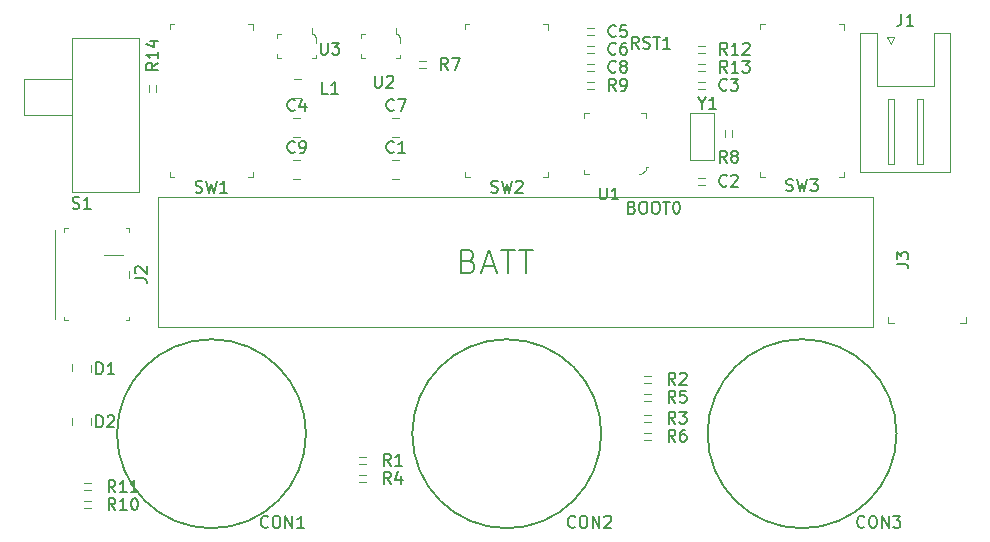
<source format=gbr>
%TF.GenerationSoftware,KiCad,Pcbnew,(5.1.9-0-10_14)*%
%TF.CreationDate,2021-02-18T22:12:25+01:00*%
%TF.ProjectId,ledTruck,6c656454-7275-4636-9b2e-6b696361645f,rev?*%
%TF.SameCoordinates,Original*%
%TF.FileFunction,Legend,Top*%
%TF.FilePolarity,Positive*%
%FSLAX46Y46*%
G04 Gerber Fmt 4.6, Leading zero omitted, Abs format (unit mm)*
G04 Created by KiCad (PCBNEW (5.1.9-0-10_14)) date 2021-02-18 22:12:25*
%MOMM*%
%LPD*%
G01*
G04 APERTURE LIST*
%ADD10C,0.150000*%
%ADD11C,0.120000*%
%ADD12C,0.100000*%
G04 APERTURE END LIST*
D10*
X141795904Y-94869142D02*
X142081619Y-94964380D01*
X142176857Y-95059619D01*
X142272095Y-95250095D01*
X142272095Y-95535809D01*
X142176857Y-95726285D01*
X142081619Y-95821523D01*
X141891142Y-95916761D01*
X141129238Y-95916761D01*
X141129238Y-93916761D01*
X141795904Y-93916761D01*
X141986380Y-94012000D01*
X142081619Y-94107238D01*
X142176857Y-94297714D01*
X142176857Y-94488190D01*
X142081619Y-94678666D01*
X141986380Y-94773904D01*
X141795904Y-94869142D01*
X141129238Y-94869142D01*
X143034000Y-95345333D02*
X143986380Y-95345333D01*
X142843523Y-95916761D02*
X143510190Y-93916761D01*
X144176857Y-95916761D01*
X144557809Y-93916761D02*
X145700666Y-93916761D01*
X145129238Y-95916761D02*
X145129238Y-93916761D01*
X146081619Y-93916761D02*
X147224476Y-93916761D01*
X146653047Y-95916761D02*
X146653047Y-93916761D01*
D11*
X176034000Y-89512000D02*
X115534000Y-89512000D01*
X176034000Y-100512000D02*
X176034000Y-89512000D01*
X115534000Y-100512000D02*
X176034000Y-100512000D01*
X115534000Y-89512000D02*
X115534000Y-100512000D01*
%TO.C,Y1*%
X160544000Y-82328000D02*
X162544000Y-82328000D01*
X162544000Y-82328000D02*
X162544000Y-86328000D01*
X162544000Y-86328000D02*
X160544000Y-86328000D01*
X160544000Y-86328000D02*
X160544000Y-82328000D01*
D12*
%TO.C,J2*%
X112566000Y-94412000D02*
X110966000Y-94412000D01*
X113066000Y-96012000D02*
X113066000Y-96312000D01*
X113066000Y-96012000D02*
X113066000Y-95712000D01*
X107566000Y-99912000D02*
X107866000Y-99912000D01*
X107566000Y-99912000D02*
X107566000Y-99612000D01*
X107566000Y-92112000D02*
X107866000Y-92112000D01*
X107566000Y-92112000D02*
X107566000Y-92412000D01*
X113066000Y-92112000D02*
X113066000Y-92412000D01*
X113066000Y-92112000D02*
X112766000Y-92112000D01*
X113066000Y-99912000D02*
X113066000Y-99612000D01*
X113066000Y-99912000D02*
X112766000Y-99912000D01*
D11*
X106816000Y-99762000D02*
X106816000Y-92262000D01*
%TO.C,C9*%
X126934000Y-87922000D02*
X127534000Y-87922000D01*
X126954000Y-86322000D02*
X127554000Y-86322000D01*
%TO.C,C7*%
X135316000Y-84366000D02*
X135916000Y-84366000D01*
X135336000Y-82766000D02*
X135936000Y-82766000D01*
%TO.C,C4*%
X126934000Y-84366000D02*
X127534000Y-84366000D01*
X126954000Y-82766000D02*
X127554000Y-82766000D01*
%TO.C,C1*%
X135316000Y-87922000D02*
X135916000Y-87922000D01*
X135336000Y-86322000D02*
X135936000Y-86322000D01*
D12*
%TO.C,U2*%
X135691000Y-77708000D02*
X136016000Y-77708000D01*
X136016000Y-77708000D02*
X136016000Y-77408000D01*
X133041000Y-75708000D02*
X132716000Y-75708000D01*
X132716000Y-75708000D02*
X132716000Y-76008000D01*
X133016000Y-77708000D02*
X132716000Y-77708000D01*
X132716000Y-77708000D02*
X132716000Y-77383000D01*
X136016000Y-76033000D02*
X135791000Y-75708000D01*
X135791000Y-75708000D02*
X135691000Y-75708000D01*
X135691000Y-75708000D02*
X135691000Y-75183000D01*
X136016000Y-76033000D02*
X136016000Y-76408000D01*
%TO.C,SW3*%
X173559000Y-74862000D02*
X173134000Y-74862000D01*
X173559000Y-74887000D02*
X173559000Y-75337000D01*
X173559000Y-87762000D02*
X173559000Y-87312000D01*
X173559000Y-87762000D02*
X173134000Y-87762000D01*
X166509000Y-87762000D02*
X166884000Y-87762000D01*
X166509000Y-87762000D02*
X166509000Y-87362000D01*
X166509000Y-75237000D02*
X166509000Y-74862000D01*
X166509000Y-74862000D02*
X166859000Y-74862000D01*
%TO.C,SW2*%
X148559000Y-74862000D02*
X148134000Y-74862000D01*
X148559000Y-74887000D02*
X148559000Y-75337000D01*
X148559000Y-87762000D02*
X148559000Y-87312000D01*
X148559000Y-87762000D02*
X148134000Y-87762000D01*
X141509000Y-87762000D02*
X141884000Y-87762000D01*
X141509000Y-87762000D02*
X141509000Y-87362000D01*
X141509000Y-75237000D02*
X141509000Y-74862000D01*
X141509000Y-74862000D02*
X141859000Y-74862000D01*
%TO.C,SW1*%
X123559000Y-74862000D02*
X123134000Y-74862000D01*
X123559000Y-74887000D02*
X123559000Y-75337000D01*
X123559000Y-87762000D02*
X123559000Y-87312000D01*
X123559000Y-87762000D02*
X123134000Y-87762000D01*
X116509000Y-87762000D02*
X116884000Y-87762000D01*
X116509000Y-87762000D02*
X116509000Y-87362000D01*
X116509000Y-75237000D02*
X116509000Y-74862000D01*
X116509000Y-74862000D02*
X116859000Y-74862000D01*
D11*
%TO.C,R13*%
X161244000Y-78786000D02*
X161844000Y-78786000D01*
X161244000Y-78186000D02*
X161844000Y-78186000D01*
%TO.C,R12*%
X161244000Y-77262000D02*
X161844000Y-77262000D01*
X161244000Y-76662000D02*
X161844000Y-76662000D01*
%TO.C,R11*%
X109234000Y-114312000D02*
X109834000Y-114312000D01*
X109234000Y-113712000D02*
X109834000Y-113712000D01*
%TO.C,R10*%
X109234000Y-115812000D02*
X109834000Y-115812000D01*
X109234000Y-115212000D02*
X109834000Y-115212000D01*
%TO.C,R9*%
X151846000Y-80310000D02*
X152446000Y-80310000D01*
X151846000Y-79710000D02*
X152446000Y-79710000D01*
%TO.C,R8*%
X164130000Y-84374000D02*
X164130000Y-83774000D01*
X163530000Y-84374000D02*
X163530000Y-83774000D01*
%TO.C,R7*%
X137622000Y-78532000D02*
X138222000Y-78532000D01*
X137622000Y-77932000D02*
X138222000Y-77932000D01*
%TO.C,R6*%
X157272000Y-109428000D02*
X156672000Y-109428000D01*
X157272000Y-110028000D02*
X156672000Y-110028000D01*
%TO.C,R5*%
X156672000Y-106726000D02*
X157272000Y-106726000D01*
X156672000Y-106126000D02*
X157272000Y-106126000D01*
%TO.C,R4*%
X132542000Y-113584000D02*
X133142000Y-113584000D01*
X132542000Y-112984000D02*
X133142000Y-112984000D01*
%TO.C,R3*%
X157272000Y-107904000D02*
X156672000Y-107904000D01*
X157272000Y-108504000D02*
X156672000Y-108504000D01*
%TO.C,R2*%
X157272000Y-104602000D02*
X156672000Y-104602000D01*
X157272000Y-105202000D02*
X156672000Y-105202000D01*
%TO.C,R1*%
X132528000Y-112060000D02*
X133128000Y-112060000D01*
X132528000Y-111460000D02*
X133128000Y-111460000D01*
%TO.C,L1*%
X127608000Y-79464000D02*
X127008000Y-79464000D01*
X127588000Y-81064000D02*
X126988000Y-81064000D01*
D12*
%TO.C,J3*%
X177294000Y-100106000D02*
X177794000Y-100106000D01*
X177294000Y-100106000D02*
X177294000Y-99606000D01*
X183894000Y-100106000D02*
X183394000Y-100106000D01*
X183894000Y-100106000D02*
X183894000Y-99606000D01*
D11*
%TO.C,J1*%
X178784000Y-87322000D02*
X174974000Y-87322000D01*
X174974000Y-87322000D02*
X174974000Y-75602000D01*
X174974000Y-75602000D02*
X176394000Y-75602000D01*
X176394000Y-75602000D02*
X176394000Y-80102000D01*
X176394000Y-80102000D02*
X178784000Y-80102000D01*
X178784000Y-87322000D02*
X182594000Y-87322000D01*
X182594000Y-87322000D02*
X182594000Y-75602000D01*
X182594000Y-75602000D02*
X181174000Y-75602000D01*
X181174000Y-75602000D02*
X181174000Y-80102000D01*
X181174000Y-80102000D02*
X178784000Y-80102000D01*
X177284000Y-81212000D02*
X177284000Y-86712000D01*
X177284000Y-86712000D02*
X177784000Y-86712000D01*
X177784000Y-86712000D02*
X177784000Y-81212000D01*
X177784000Y-81212000D02*
X177284000Y-81212000D01*
X179784000Y-81212000D02*
X179784000Y-86712000D01*
X179784000Y-86712000D02*
X180284000Y-86712000D01*
X180284000Y-86712000D02*
X180284000Y-81212000D01*
X180284000Y-81212000D02*
X179784000Y-81212000D01*
X177534000Y-76512000D02*
X177234000Y-75912000D01*
X177234000Y-75912000D02*
X177834000Y-75912000D01*
X177834000Y-75912000D02*
X177534000Y-76512000D01*
%TO.C,D2*%
X108234000Y-108192000D02*
X108234000Y-108792000D01*
X109834000Y-108212000D02*
X109834000Y-108812000D01*
%TO.C,D1*%
X108234000Y-103642000D02*
X108234000Y-104242000D01*
X109834000Y-103662000D02*
X109834000Y-104262000D01*
%TO.C,C8*%
X152446000Y-78186000D02*
X151846000Y-78186000D01*
X152446000Y-78786000D02*
X151846000Y-78786000D01*
%TO.C,C6*%
X152446000Y-76662000D02*
X151846000Y-76662000D01*
X152446000Y-77262000D02*
X151846000Y-77262000D01*
%TO.C,C5*%
X152446000Y-75164000D02*
X151846000Y-75164000D01*
X152446000Y-75764000D02*
X151846000Y-75764000D01*
%TO.C,C3*%
X161244000Y-80310000D02*
X161844000Y-80310000D01*
X161244000Y-79710000D02*
X161844000Y-79710000D01*
%TO.C,C2*%
X161244000Y-88438000D02*
X161844000Y-88438000D01*
X161244000Y-87838000D02*
X161844000Y-87838000D01*
D10*
%TO.C,CON1*%
X128034000Y-109512000D02*
G75*
G03*
X128034000Y-109512000I-8000000J0D01*
G01*
%TO.C,CON2*%
X153034000Y-109512000D02*
G75*
G03*
X153034000Y-109512000I-8000000J0D01*
G01*
%TO.C,CON3*%
X178034000Y-109512000D02*
G75*
G03*
X178034000Y-109512000I-8000000J0D01*
G01*
D12*
%TO.C,U1*%
X151590000Y-82362000D02*
X151990000Y-82362000D01*
X151590000Y-82762000D02*
X151590000Y-82362000D01*
X151590000Y-87562000D02*
X151590000Y-87162000D01*
X151590000Y-87562000D02*
X151990000Y-87562000D01*
X156790000Y-82362000D02*
X156790000Y-82762000D01*
X156390000Y-82362000D02*
X156790000Y-82362000D01*
X156790000Y-86962000D02*
X156990000Y-86962000D01*
X156790000Y-87162000D02*
X156790000Y-86962000D01*
X156390000Y-87562000D02*
X156790000Y-87162000D01*
X156190000Y-87562000D02*
X156390000Y-87562000D01*
D11*
%TO.C,S1*%
X108184000Y-82512000D02*
X104184000Y-82512000D01*
X104184000Y-79512000D02*
X104184000Y-82512000D01*
X108184000Y-79512000D02*
X104184000Y-79512000D01*
X113884000Y-89012000D02*
X113884000Y-76012000D01*
X113884000Y-89012000D02*
X108184000Y-89012000D01*
X108184000Y-76012000D02*
X108184000Y-89012000D01*
X113884000Y-76012000D02*
X108184000Y-76012000D01*
%TO.C,R14*%
X115362000Y-79964000D02*
X115362000Y-80564000D01*
X114762000Y-79964000D02*
X114762000Y-80564000D01*
D12*
%TO.C,U3*%
X128904000Y-76033000D02*
X128904000Y-76408000D01*
X128579000Y-75708000D02*
X128579000Y-75183000D01*
X128679000Y-75708000D02*
X128579000Y-75708000D01*
X128904000Y-76033000D02*
X128679000Y-75708000D01*
X125604000Y-77708000D02*
X125604000Y-77383000D01*
X125904000Y-77708000D02*
X125604000Y-77708000D01*
X125604000Y-75708000D02*
X125604000Y-76008000D01*
X125929000Y-75708000D02*
X125604000Y-75708000D01*
X128904000Y-77708000D02*
X128904000Y-77408000D01*
X128579000Y-77708000D02*
X128904000Y-77708000D01*
%TO.C,Y1*%
D10*
X161575809Y-81510190D02*
X161575809Y-81986380D01*
X161242476Y-80986380D02*
X161575809Y-81510190D01*
X161909142Y-80986380D01*
X162766285Y-81986380D02*
X162194857Y-81986380D01*
X162480571Y-81986380D02*
X162480571Y-80986380D01*
X162385333Y-81129238D01*
X162290095Y-81224476D01*
X162194857Y-81272095D01*
%TO.C,J2*%
X113548380Y-96345333D02*
X114262666Y-96345333D01*
X114405523Y-96392952D01*
X114500761Y-96488190D01*
X114548380Y-96631047D01*
X114548380Y-96726285D01*
X113643619Y-95916761D02*
X113596000Y-95869142D01*
X113548380Y-95773904D01*
X113548380Y-95535809D01*
X113596000Y-95440571D01*
X113643619Y-95392952D01*
X113738857Y-95345333D01*
X113834095Y-95345333D01*
X113976952Y-95392952D01*
X114548380Y-95964380D01*
X114548380Y-95345333D01*
%TO.C,BOOT0*%
X155646666Y-90352571D02*
X155789523Y-90400190D01*
X155837142Y-90447809D01*
X155884761Y-90543047D01*
X155884761Y-90685904D01*
X155837142Y-90781142D01*
X155789523Y-90828761D01*
X155694285Y-90876380D01*
X155313333Y-90876380D01*
X155313333Y-89876380D01*
X155646666Y-89876380D01*
X155741904Y-89924000D01*
X155789523Y-89971619D01*
X155837142Y-90066857D01*
X155837142Y-90162095D01*
X155789523Y-90257333D01*
X155741904Y-90304952D01*
X155646666Y-90352571D01*
X155313333Y-90352571D01*
X156503809Y-89876380D02*
X156694285Y-89876380D01*
X156789523Y-89924000D01*
X156884761Y-90019238D01*
X156932380Y-90209714D01*
X156932380Y-90543047D01*
X156884761Y-90733523D01*
X156789523Y-90828761D01*
X156694285Y-90876380D01*
X156503809Y-90876380D01*
X156408571Y-90828761D01*
X156313333Y-90733523D01*
X156265714Y-90543047D01*
X156265714Y-90209714D01*
X156313333Y-90019238D01*
X156408571Y-89924000D01*
X156503809Y-89876380D01*
X157551428Y-89876380D02*
X157741904Y-89876380D01*
X157837142Y-89924000D01*
X157932380Y-90019238D01*
X157980000Y-90209714D01*
X157980000Y-90543047D01*
X157932380Y-90733523D01*
X157837142Y-90828761D01*
X157741904Y-90876380D01*
X157551428Y-90876380D01*
X157456190Y-90828761D01*
X157360952Y-90733523D01*
X157313333Y-90543047D01*
X157313333Y-90209714D01*
X157360952Y-90019238D01*
X157456190Y-89924000D01*
X157551428Y-89876380D01*
X158265714Y-89876380D02*
X158837142Y-89876380D01*
X158551428Y-90876380D02*
X158551428Y-89876380D01*
X159360952Y-89876380D02*
X159456190Y-89876380D01*
X159551428Y-89924000D01*
X159599047Y-89971619D01*
X159646666Y-90066857D01*
X159694285Y-90257333D01*
X159694285Y-90495428D01*
X159646666Y-90685904D01*
X159599047Y-90781142D01*
X159551428Y-90828761D01*
X159456190Y-90876380D01*
X159360952Y-90876380D01*
X159265714Y-90828761D01*
X159218095Y-90781142D01*
X159170476Y-90685904D01*
X159122857Y-90495428D01*
X159122857Y-90257333D01*
X159170476Y-90066857D01*
X159218095Y-89971619D01*
X159265714Y-89924000D01*
X159360952Y-89876380D01*
%TO.C,RST1*%
X156202190Y-76906380D02*
X155868857Y-76430190D01*
X155630761Y-76906380D02*
X155630761Y-75906380D01*
X156011714Y-75906380D01*
X156106952Y-75954000D01*
X156154571Y-76001619D01*
X156202190Y-76096857D01*
X156202190Y-76239714D01*
X156154571Y-76334952D01*
X156106952Y-76382571D01*
X156011714Y-76430190D01*
X155630761Y-76430190D01*
X156583142Y-76858761D02*
X156726000Y-76906380D01*
X156964095Y-76906380D01*
X157059333Y-76858761D01*
X157106952Y-76811142D01*
X157154571Y-76715904D01*
X157154571Y-76620666D01*
X157106952Y-76525428D01*
X157059333Y-76477809D01*
X156964095Y-76430190D01*
X156773619Y-76382571D01*
X156678380Y-76334952D01*
X156630761Y-76287333D01*
X156583142Y-76192095D01*
X156583142Y-76096857D01*
X156630761Y-76001619D01*
X156678380Y-75954000D01*
X156773619Y-75906380D01*
X157011714Y-75906380D01*
X157154571Y-75954000D01*
X157440285Y-75906380D02*
X158011714Y-75906380D01*
X157726000Y-76906380D02*
X157726000Y-75906380D01*
X158868857Y-76906380D02*
X158297428Y-76906380D01*
X158583142Y-76906380D02*
X158583142Y-75906380D01*
X158487904Y-76049238D01*
X158392666Y-76144476D01*
X158297428Y-76192095D01*
%TO.C,C9*%
X127087333Y-85639142D02*
X127039714Y-85686761D01*
X126896857Y-85734380D01*
X126801619Y-85734380D01*
X126658761Y-85686761D01*
X126563523Y-85591523D01*
X126515904Y-85496285D01*
X126468285Y-85305809D01*
X126468285Y-85162952D01*
X126515904Y-84972476D01*
X126563523Y-84877238D01*
X126658761Y-84782000D01*
X126801619Y-84734380D01*
X126896857Y-84734380D01*
X127039714Y-84782000D01*
X127087333Y-84829619D01*
X127563523Y-85734380D02*
X127754000Y-85734380D01*
X127849238Y-85686761D01*
X127896857Y-85639142D01*
X127992095Y-85496285D01*
X128039714Y-85305809D01*
X128039714Y-84924857D01*
X127992095Y-84829619D01*
X127944476Y-84782000D01*
X127849238Y-84734380D01*
X127658761Y-84734380D01*
X127563523Y-84782000D01*
X127515904Y-84829619D01*
X127468285Y-84924857D01*
X127468285Y-85162952D01*
X127515904Y-85258190D01*
X127563523Y-85305809D01*
X127658761Y-85353428D01*
X127849238Y-85353428D01*
X127944476Y-85305809D01*
X127992095Y-85258190D01*
X128039714Y-85162952D01*
%TO.C,C7*%
X135469333Y-82083142D02*
X135421714Y-82130761D01*
X135278857Y-82178380D01*
X135183619Y-82178380D01*
X135040761Y-82130761D01*
X134945523Y-82035523D01*
X134897904Y-81940285D01*
X134850285Y-81749809D01*
X134850285Y-81606952D01*
X134897904Y-81416476D01*
X134945523Y-81321238D01*
X135040761Y-81226000D01*
X135183619Y-81178380D01*
X135278857Y-81178380D01*
X135421714Y-81226000D01*
X135469333Y-81273619D01*
X135802666Y-81178380D02*
X136469333Y-81178380D01*
X136040761Y-82178380D01*
%TO.C,C4*%
X127087333Y-82083142D02*
X127039714Y-82130761D01*
X126896857Y-82178380D01*
X126801619Y-82178380D01*
X126658761Y-82130761D01*
X126563523Y-82035523D01*
X126515904Y-81940285D01*
X126468285Y-81749809D01*
X126468285Y-81606952D01*
X126515904Y-81416476D01*
X126563523Y-81321238D01*
X126658761Y-81226000D01*
X126801619Y-81178380D01*
X126896857Y-81178380D01*
X127039714Y-81226000D01*
X127087333Y-81273619D01*
X127944476Y-81511714D02*
X127944476Y-82178380D01*
X127706380Y-81130761D02*
X127468285Y-81845047D01*
X128087333Y-81845047D01*
%TO.C,C1*%
X135469333Y-85639142D02*
X135421714Y-85686761D01*
X135278857Y-85734380D01*
X135183619Y-85734380D01*
X135040761Y-85686761D01*
X134945523Y-85591523D01*
X134897904Y-85496285D01*
X134850285Y-85305809D01*
X134850285Y-85162952D01*
X134897904Y-84972476D01*
X134945523Y-84877238D01*
X135040761Y-84782000D01*
X135183619Y-84734380D01*
X135278857Y-84734380D01*
X135421714Y-84782000D01*
X135469333Y-84829619D01*
X136421714Y-85734380D02*
X135850285Y-85734380D01*
X136136000Y-85734380D02*
X136136000Y-84734380D01*
X136040761Y-84877238D01*
X135945523Y-84972476D01*
X135850285Y-85020095D01*
%TO.C,U2*%
X133858095Y-79208380D02*
X133858095Y-80017904D01*
X133905714Y-80113142D01*
X133953333Y-80160761D01*
X134048571Y-80208380D01*
X134239047Y-80208380D01*
X134334285Y-80160761D01*
X134381904Y-80113142D01*
X134429523Y-80017904D01*
X134429523Y-79208380D01*
X134858095Y-79303619D02*
X134905714Y-79256000D01*
X135000952Y-79208380D01*
X135239047Y-79208380D01*
X135334285Y-79256000D01*
X135381904Y-79303619D01*
X135429523Y-79398857D01*
X135429523Y-79494095D01*
X135381904Y-79636952D01*
X134810476Y-80208380D01*
X135429523Y-80208380D01*
%TO.C,SW3*%
X168700666Y-88916761D02*
X168843523Y-88964380D01*
X169081619Y-88964380D01*
X169176857Y-88916761D01*
X169224476Y-88869142D01*
X169272095Y-88773904D01*
X169272095Y-88678666D01*
X169224476Y-88583428D01*
X169176857Y-88535809D01*
X169081619Y-88488190D01*
X168891142Y-88440571D01*
X168795904Y-88392952D01*
X168748285Y-88345333D01*
X168700666Y-88250095D01*
X168700666Y-88154857D01*
X168748285Y-88059619D01*
X168795904Y-88012000D01*
X168891142Y-87964380D01*
X169129238Y-87964380D01*
X169272095Y-88012000D01*
X169605428Y-87964380D02*
X169843523Y-88964380D01*
X170034000Y-88250095D01*
X170224476Y-88964380D01*
X170462571Y-87964380D01*
X170748285Y-87964380D02*
X171367333Y-87964380D01*
X171034000Y-88345333D01*
X171176857Y-88345333D01*
X171272095Y-88392952D01*
X171319714Y-88440571D01*
X171367333Y-88535809D01*
X171367333Y-88773904D01*
X171319714Y-88869142D01*
X171272095Y-88916761D01*
X171176857Y-88964380D01*
X170891142Y-88964380D01*
X170795904Y-88916761D01*
X170748285Y-88869142D01*
%TO.C,SW2*%
X143700666Y-89050761D02*
X143843523Y-89098380D01*
X144081619Y-89098380D01*
X144176857Y-89050761D01*
X144224476Y-89003142D01*
X144272095Y-88907904D01*
X144272095Y-88812666D01*
X144224476Y-88717428D01*
X144176857Y-88669809D01*
X144081619Y-88622190D01*
X143891142Y-88574571D01*
X143795904Y-88526952D01*
X143748285Y-88479333D01*
X143700666Y-88384095D01*
X143700666Y-88288857D01*
X143748285Y-88193619D01*
X143795904Y-88146000D01*
X143891142Y-88098380D01*
X144129238Y-88098380D01*
X144272095Y-88146000D01*
X144605428Y-88098380D02*
X144843523Y-89098380D01*
X145034000Y-88384095D01*
X145224476Y-89098380D01*
X145462571Y-88098380D01*
X145795904Y-88193619D02*
X145843523Y-88146000D01*
X145938761Y-88098380D01*
X146176857Y-88098380D01*
X146272095Y-88146000D01*
X146319714Y-88193619D01*
X146367333Y-88288857D01*
X146367333Y-88384095D01*
X146319714Y-88526952D01*
X145748285Y-89098380D01*
X146367333Y-89098380D01*
%TO.C,SW1*%
X118700666Y-89050761D02*
X118843523Y-89098380D01*
X119081619Y-89098380D01*
X119176857Y-89050761D01*
X119224476Y-89003142D01*
X119272095Y-88907904D01*
X119272095Y-88812666D01*
X119224476Y-88717428D01*
X119176857Y-88669809D01*
X119081619Y-88622190D01*
X118891142Y-88574571D01*
X118795904Y-88526952D01*
X118748285Y-88479333D01*
X118700666Y-88384095D01*
X118700666Y-88288857D01*
X118748285Y-88193619D01*
X118795904Y-88146000D01*
X118891142Y-88098380D01*
X119129238Y-88098380D01*
X119272095Y-88146000D01*
X119605428Y-88098380D02*
X119843523Y-89098380D01*
X120034000Y-88384095D01*
X120224476Y-89098380D01*
X120462571Y-88098380D01*
X121367333Y-89098380D02*
X120795904Y-89098380D01*
X121081619Y-89098380D02*
X121081619Y-88098380D01*
X120986380Y-88241238D01*
X120891142Y-88336476D01*
X120795904Y-88384095D01*
%TO.C,R13*%
X163695142Y-78938380D02*
X163361809Y-78462190D01*
X163123714Y-78938380D02*
X163123714Y-77938380D01*
X163504666Y-77938380D01*
X163599904Y-77986000D01*
X163647523Y-78033619D01*
X163695142Y-78128857D01*
X163695142Y-78271714D01*
X163647523Y-78366952D01*
X163599904Y-78414571D01*
X163504666Y-78462190D01*
X163123714Y-78462190D01*
X164647523Y-78938380D02*
X164076095Y-78938380D01*
X164361809Y-78938380D02*
X164361809Y-77938380D01*
X164266571Y-78081238D01*
X164171333Y-78176476D01*
X164076095Y-78224095D01*
X164980857Y-77938380D02*
X165599904Y-77938380D01*
X165266571Y-78319333D01*
X165409428Y-78319333D01*
X165504666Y-78366952D01*
X165552285Y-78414571D01*
X165599904Y-78509809D01*
X165599904Y-78747904D01*
X165552285Y-78843142D01*
X165504666Y-78890761D01*
X165409428Y-78938380D01*
X165123714Y-78938380D01*
X165028476Y-78890761D01*
X164980857Y-78843142D01*
%TO.C,R12*%
X163701142Y-77414380D02*
X163367809Y-76938190D01*
X163129714Y-77414380D02*
X163129714Y-76414380D01*
X163510666Y-76414380D01*
X163605904Y-76462000D01*
X163653523Y-76509619D01*
X163701142Y-76604857D01*
X163701142Y-76747714D01*
X163653523Y-76842952D01*
X163605904Y-76890571D01*
X163510666Y-76938190D01*
X163129714Y-76938190D01*
X164653523Y-77414380D02*
X164082095Y-77414380D01*
X164367809Y-77414380D02*
X164367809Y-76414380D01*
X164272571Y-76557238D01*
X164177333Y-76652476D01*
X164082095Y-76700095D01*
X165034476Y-76509619D02*
X165082095Y-76462000D01*
X165177333Y-76414380D01*
X165415428Y-76414380D01*
X165510666Y-76462000D01*
X165558285Y-76509619D01*
X165605904Y-76604857D01*
X165605904Y-76700095D01*
X165558285Y-76842952D01*
X164986857Y-77414380D01*
X165605904Y-77414380D01*
%TO.C,R11*%
X111891142Y-114464380D02*
X111557809Y-113988190D01*
X111319714Y-114464380D02*
X111319714Y-113464380D01*
X111700666Y-113464380D01*
X111795904Y-113512000D01*
X111843523Y-113559619D01*
X111891142Y-113654857D01*
X111891142Y-113797714D01*
X111843523Y-113892952D01*
X111795904Y-113940571D01*
X111700666Y-113988190D01*
X111319714Y-113988190D01*
X112843523Y-114464380D02*
X112272095Y-114464380D01*
X112557809Y-114464380D02*
X112557809Y-113464380D01*
X112462571Y-113607238D01*
X112367333Y-113702476D01*
X112272095Y-113750095D01*
X113795904Y-114464380D02*
X113224476Y-114464380D01*
X113510190Y-114464380D02*
X113510190Y-113464380D01*
X113414952Y-113607238D01*
X113319714Y-113702476D01*
X113224476Y-113750095D01*
%TO.C,R10*%
X111891142Y-115964380D02*
X111557809Y-115488190D01*
X111319714Y-115964380D02*
X111319714Y-114964380D01*
X111700666Y-114964380D01*
X111795904Y-115012000D01*
X111843523Y-115059619D01*
X111891142Y-115154857D01*
X111891142Y-115297714D01*
X111843523Y-115392952D01*
X111795904Y-115440571D01*
X111700666Y-115488190D01*
X111319714Y-115488190D01*
X112843523Y-115964380D02*
X112272095Y-115964380D01*
X112557809Y-115964380D02*
X112557809Y-114964380D01*
X112462571Y-115107238D01*
X112367333Y-115202476D01*
X112272095Y-115250095D01*
X113462571Y-114964380D02*
X113557809Y-114964380D01*
X113653047Y-115012000D01*
X113700666Y-115059619D01*
X113748285Y-115154857D01*
X113795904Y-115345333D01*
X113795904Y-115583428D01*
X113748285Y-115773904D01*
X113700666Y-115869142D01*
X113653047Y-115916761D01*
X113557809Y-115964380D01*
X113462571Y-115964380D01*
X113367333Y-115916761D01*
X113319714Y-115869142D01*
X113272095Y-115773904D01*
X113224476Y-115583428D01*
X113224476Y-115345333D01*
X113272095Y-115154857D01*
X113319714Y-115059619D01*
X113367333Y-115012000D01*
X113462571Y-114964380D01*
%TO.C,R9*%
X154265333Y-80462380D02*
X153932000Y-79986190D01*
X153693904Y-80462380D02*
X153693904Y-79462380D01*
X154074857Y-79462380D01*
X154170095Y-79510000D01*
X154217714Y-79557619D01*
X154265333Y-79652857D01*
X154265333Y-79795714D01*
X154217714Y-79890952D01*
X154170095Y-79938571D01*
X154074857Y-79986190D01*
X153693904Y-79986190D01*
X154741523Y-80462380D02*
X154932000Y-80462380D01*
X155027238Y-80414761D01*
X155074857Y-80367142D01*
X155170095Y-80224285D01*
X155217714Y-80033809D01*
X155217714Y-79652857D01*
X155170095Y-79557619D01*
X155122476Y-79510000D01*
X155027238Y-79462380D01*
X154836761Y-79462380D01*
X154741523Y-79510000D01*
X154693904Y-79557619D01*
X154646285Y-79652857D01*
X154646285Y-79890952D01*
X154693904Y-79986190D01*
X154741523Y-80033809D01*
X154836761Y-80081428D01*
X155027238Y-80081428D01*
X155122476Y-80033809D01*
X155170095Y-79986190D01*
X155217714Y-79890952D01*
%TO.C,R8*%
X163663333Y-86558380D02*
X163330000Y-86082190D01*
X163091904Y-86558380D02*
X163091904Y-85558380D01*
X163472857Y-85558380D01*
X163568095Y-85606000D01*
X163615714Y-85653619D01*
X163663333Y-85748857D01*
X163663333Y-85891714D01*
X163615714Y-85986952D01*
X163568095Y-86034571D01*
X163472857Y-86082190D01*
X163091904Y-86082190D01*
X164234761Y-85986952D02*
X164139523Y-85939333D01*
X164091904Y-85891714D01*
X164044285Y-85796476D01*
X164044285Y-85748857D01*
X164091904Y-85653619D01*
X164139523Y-85606000D01*
X164234761Y-85558380D01*
X164425238Y-85558380D01*
X164520476Y-85606000D01*
X164568095Y-85653619D01*
X164615714Y-85748857D01*
X164615714Y-85796476D01*
X164568095Y-85891714D01*
X164520476Y-85939333D01*
X164425238Y-85986952D01*
X164234761Y-85986952D01*
X164139523Y-86034571D01*
X164091904Y-86082190D01*
X164044285Y-86177428D01*
X164044285Y-86367904D01*
X164091904Y-86463142D01*
X164139523Y-86510761D01*
X164234761Y-86558380D01*
X164425238Y-86558380D01*
X164520476Y-86510761D01*
X164568095Y-86463142D01*
X164615714Y-86367904D01*
X164615714Y-86177428D01*
X164568095Y-86082190D01*
X164520476Y-86034571D01*
X164425238Y-85986952D01*
%TO.C,R7*%
X140041333Y-78684380D02*
X139708000Y-78208190D01*
X139469904Y-78684380D02*
X139469904Y-77684380D01*
X139850857Y-77684380D01*
X139946095Y-77732000D01*
X139993714Y-77779619D01*
X140041333Y-77874857D01*
X140041333Y-78017714D01*
X139993714Y-78112952D01*
X139946095Y-78160571D01*
X139850857Y-78208190D01*
X139469904Y-78208190D01*
X140374666Y-77684380D02*
X141041333Y-77684380D01*
X140612761Y-78684380D01*
%TO.C,R6*%
X159305333Y-110180380D02*
X158972000Y-109704190D01*
X158733904Y-110180380D02*
X158733904Y-109180380D01*
X159114857Y-109180380D01*
X159210095Y-109228000D01*
X159257714Y-109275619D01*
X159305333Y-109370857D01*
X159305333Y-109513714D01*
X159257714Y-109608952D01*
X159210095Y-109656571D01*
X159114857Y-109704190D01*
X158733904Y-109704190D01*
X160162476Y-109180380D02*
X159972000Y-109180380D01*
X159876761Y-109228000D01*
X159829142Y-109275619D01*
X159733904Y-109418476D01*
X159686285Y-109608952D01*
X159686285Y-109989904D01*
X159733904Y-110085142D01*
X159781523Y-110132761D01*
X159876761Y-110180380D01*
X160067238Y-110180380D01*
X160162476Y-110132761D01*
X160210095Y-110085142D01*
X160257714Y-109989904D01*
X160257714Y-109751809D01*
X160210095Y-109656571D01*
X160162476Y-109608952D01*
X160067238Y-109561333D01*
X159876761Y-109561333D01*
X159781523Y-109608952D01*
X159733904Y-109656571D01*
X159686285Y-109751809D01*
%TO.C,R5*%
X159305333Y-106878380D02*
X158972000Y-106402190D01*
X158733904Y-106878380D02*
X158733904Y-105878380D01*
X159114857Y-105878380D01*
X159210095Y-105926000D01*
X159257714Y-105973619D01*
X159305333Y-106068857D01*
X159305333Y-106211714D01*
X159257714Y-106306952D01*
X159210095Y-106354571D01*
X159114857Y-106402190D01*
X158733904Y-106402190D01*
X160210095Y-105878380D02*
X159733904Y-105878380D01*
X159686285Y-106354571D01*
X159733904Y-106306952D01*
X159829142Y-106259333D01*
X160067238Y-106259333D01*
X160162476Y-106306952D01*
X160210095Y-106354571D01*
X160257714Y-106449809D01*
X160257714Y-106687904D01*
X160210095Y-106783142D01*
X160162476Y-106830761D01*
X160067238Y-106878380D01*
X159829142Y-106878380D01*
X159733904Y-106830761D01*
X159686285Y-106783142D01*
%TO.C,R4*%
X135215333Y-113736380D02*
X134882000Y-113260190D01*
X134643904Y-113736380D02*
X134643904Y-112736380D01*
X135024857Y-112736380D01*
X135120095Y-112784000D01*
X135167714Y-112831619D01*
X135215333Y-112926857D01*
X135215333Y-113069714D01*
X135167714Y-113164952D01*
X135120095Y-113212571D01*
X135024857Y-113260190D01*
X134643904Y-113260190D01*
X136072476Y-113069714D02*
X136072476Y-113736380D01*
X135834380Y-112688761D02*
X135596285Y-113403047D01*
X136215333Y-113403047D01*
%TO.C,R3*%
X159305333Y-108656380D02*
X158972000Y-108180190D01*
X158733904Y-108656380D02*
X158733904Y-107656380D01*
X159114857Y-107656380D01*
X159210095Y-107704000D01*
X159257714Y-107751619D01*
X159305333Y-107846857D01*
X159305333Y-107989714D01*
X159257714Y-108084952D01*
X159210095Y-108132571D01*
X159114857Y-108180190D01*
X158733904Y-108180190D01*
X159638666Y-107656380D02*
X160257714Y-107656380D01*
X159924380Y-108037333D01*
X160067238Y-108037333D01*
X160162476Y-108084952D01*
X160210095Y-108132571D01*
X160257714Y-108227809D01*
X160257714Y-108465904D01*
X160210095Y-108561142D01*
X160162476Y-108608761D01*
X160067238Y-108656380D01*
X159781523Y-108656380D01*
X159686285Y-108608761D01*
X159638666Y-108561142D01*
%TO.C,R2*%
X159305333Y-105354380D02*
X158972000Y-104878190D01*
X158733904Y-105354380D02*
X158733904Y-104354380D01*
X159114857Y-104354380D01*
X159210095Y-104402000D01*
X159257714Y-104449619D01*
X159305333Y-104544857D01*
X159305333Y-104687714D01*
X159257714Y-104782952D01*
X159210095Y-104830571D01*
X159114857Y-104878190D01*
X158733904Y-104878190D01*
X159686285Y-104449619D02*
X159733904Y-104402000D01*
X159829142Y-104354380D01*
X160067238Y-104354380D01*
X160162476Y-104402000D01*
X160210095Y-104449619D01*
X160257714Y-104544857D01*
X160257714Y-104640095D01*
X160210095Y-104782952D01*
X159638666Y-105354380D01*
X160257714Y-105354380D01*
%TO.C,R1*%
X135215333Y-112212380D02*
X134882000Y-111736190D01*
X134643904Y-112212380D02*
X134643904Y-111212380D01*
X135024857Y-111212380D01*
X135120095Y-111260000D01*
X135167714Y-111307619D01*
X135215333Y-111402857D01*
X135215333Y-111545714D01*
X135167714Y-111640952D01*
X135120095Y-111688571D01*
X135024857Y-111736190D01*
X134643904Y-111736190D01*
X136167714Y-112212380D02*
X135596285Y-112212380D01*
X135882000Y-112212380D02*
X135882000Y-111212380D01*
X135786761Y-111355238D01*
X135691523Y-111450476D01*
X135596285Y-111498095D01*
%TO.C,L1*%
X129881333Y-80716380D02*
X129405142Y-80716380D01*
X129405142Y-79716380D01*
X130738476Y-80716380D02*
X130167047Y-80716380D01*
X130452761Y-80716380D02*
X130452761Y-79716380D01*
X130357523Y-79859238D01*
X130262285Y-79954476D01*
X130167047Y-80002095D01*
%TO.C,J3*%
X178046380Y-95139333D02*
X178760666Y-95139333D01*
X178903523Y-95186952D01*
X178998761Y-95282190D01*
X179046380Y-95425047D01*
X179046380Y-95520285D01*
X178046380Y-94758380D02*
X178046380Y-94139333D01*
X178427333Y-94472666D01*
X178427333Y-94329809D01*
X178474952Y-94234571D01*
X178522571Y-94186952D01*
X178617809Y-94139333D01*
X178855904Y-94139333D01*
X178951142Y-94186952D01*
X178998761Y-94234571D01*
X179046380Y-94329809D01*
X179046380Y-94615523D01*
X178998761Y-94710761D01*
X178951142Y-94758380D01*
%TO.C,J1*%
X178450666Y-73964380D02*
X178450666Y-74678666D01*
X178403047Y-74821523D01*
X178307809Y-74916761D01*
X178164952Y-74964380D01*
X178069714Y-74964380D01*
X179450666Y-74964380D02*
X178879238Y-74964380D01*
X179164952Y-74964380D02*
X179164952Y-73964380D01*
X179069714Y-74107238D01*
X178974476Y-74202476D01*
X178879238Y-74250095D01*
%TO.C,D2*%
X110295904Y-108964380D02*
X110295904Y-107964380D01*
X110534000Y-107964380D01*
X110676857Y-108012000D01*
X110772095Y-108107238D01*
X110819714Y-108202476D01*
X110867333Y-108392952D01*
X110867333Y-108535809D01*
X110819714Y-108726285D01*
X110772095Y-108821523D01*
X110676857Y-108916761D01*
X110534000Y-108964380D01*
X110295904Y-108964380D01*
X111248285Y-108059619D02*
X111295904Y-108012000D01*
X111391142Y-107964380D01*
X111629238Y-107964380D01*
X111724476Y-108012000D01*
X111772095Y-108059619D01*
X111819714Y-108154857D01*
X111819714Y-108250095D01*
X111772095Y-108392952D01*
X111200666Y-108964380D01*
X111819714Y-108964380D01*
%TO.C,D1*%
X110295904Y-104464380D02*
X110295904Y-103464380D01*
X110534000Y-103464380D01*
X110676857Y-103512000D01*
X110772095Y-103607238D01*
X110819714Y-103702476D01*
X110867333Y-103892952D01*
X110867333Y-104035809D01*
X110819714Y-104226285D01*
X110772095Y-104321523D01*
X110676857Y-104416761D01*
X110534000Y-104464380D01*
X110295904Y-104464380D01*
X111819714Y-104464380D02*
X111248285Y-104464380D01*
X111534000Y-104464380D02*
X111534000Y-103464380D01*
X111438761Y-103607238D01*
X111343523Y-103702476D01*
X111248285Y-103750095D01*
%TO.C,C8*%
X154265333Y-78843142D02*
X154217714Y-78890761D01*
X154074857Y-78938380D01*
X153979619Y-78938380D01*
X153836761Y-78890761D01*
X153741523Y-78795523D01*
X153693904Y-78700285D01*
X153646285Y-78509809D01*
X153646285Y-78366952D01*
X153693904Y-78176476D01*
X153741523Y-78081238D01*
X153836761Y-77986000D01*
X153979619Y-77938380D01*
X154074857Y-77938380D01*
X154217714Y-77986000D01*
X154265333Y-78033619D01*
X154836761Y-78366952D02*
X154741523Y-78319333D01*
X154693904Y-78271714D01*
X154646285Y-78176476D01*
X154646285Y-78128857D01*
X154693904Y-78033619D01*
X154741523Y-77986000D01*
X154836761Y-77938380D01*
X155027238Y-77938380D01*
X155122476Y-77986000D01*
X155170095Y-78033619D01*
X155217714Y-78128857D01*
X155217714Y-78176476D01*
X155170095Y-78271714D01*
X155122476Y-78319333D01*
X155027238Y-78366952D01*
X154836761Y-78366952D01*
X154741523Y-78414571D01*
X154693904Y-78462190D01*
X154646285Y-78557428D01*
X154646285Y-78747904D01*
X154693904Y-78843142D01*
X154741523Y-78890761D01*
X154836761Y-78938380D01*
X155027238Y-78938380D01*
X155122476Y-78890761D01*
X155170095Y-78843142D01*
X155217714Y-78747904D01*
X155217714Y-78557428D01*
X155170095Y-78462190D01*
X155122476Y-78414571D01*
X155027238Y-78366952D01*
%TO.C,C6*%
X154265333Y-77319142D02*
X154217714Y-77366761D01*
X154074857Y-77414380D01*
X153979619Y-77414380D01*
X153836761Y-77366761D01*
X153741523Y-77271523D01*
X153693904Y-77176285D01*
X153646285Y-76985809D01*
X153646285Y-76842952D01*
X153693904Y-76652476D01*
X153741523Y-76557238D01*
X153836761Y-76462000D01*
X153979619Y-76414380D01*
X154074857Y-76414380D01*
X154217714Y-76462000D01*
X154265333Y-76509619D01*
X155122476Y-76414380D02*
X154932000Y-76414380D01*
X154836761Y-76462000D01*
X154789142Y-76509619D01*
X154693904Y-76652476D01*
X154646285Y-76842952D01*
X154646285Y-77223904D01*
X154693904Y-77319142D01*
X154741523Y-77366761D01*
X154836761Y-77414380D01*
X155027238Y-77414380D01*
X155122476Y-77366761D01*
X155170095Y-77319142D01*
X155217714Y-77223904D01*
X155217714Y-76985809D01*
X155170095Y-76890571D01*
X155122476Y-76842952D01*
X155027238Y-76795333D01*
X154836761Y-76795333D01*
X154741523Y-76842952D01*
X154693904Y-76890571D01*
X154646285Y-76985809D01*
%TO.C,C5*%
X154265333Y-75821142D02*
X154217714Y-75868761D01*
X154074857Y-75916380D01*
X153979619Y-75916380D01*
X153836761Y-75868761D01*
X153741523Y-75773523D01*
X153693904Y-75678285D01*
X153646285Y-75487809D01*
X153646285Y-75344952D01*
X153693904Y-75154476D01*
X153741523Y-75059238D01*
X153836761Y-74964000D01*
X153979619Y-74916380D01*
X154074857Y-74916380D01*
X154217714Y-74964000D01*
X154265333Y-75011619D01*
X155170095Y-74916380D02*
X154693904Y-74916380D01*
X154646285Y-75392571D01*
X154693904Y-75344952D01*
X154789142Y-75297333D01*
X155027238Y-75297333D01*
X155122476Y-75344952D01*
X155170095Y-75392571D01*
X155217714Y-75487809D01*
X155217714Y-75725904D01*
X155170095Y-75821142D01*
X155122476Y-75868761D01*
X155027238Y-75916380D01*
X154789142Y-75916380D01*
X154693904Y-75868761D01*
X154646285Y-75821142D01*
%TO.C,C3*%
X163663333Y-80367142D02*
X163615714Y-80414761D01*
X163472857Y-80462380D01*
X163377619Y-80462380D01*
X163234761Y-80414761D01*
X163139523Y-80319523D01*
X163091904Y-80224285D01*
X163044285Y-80033809D01*
X163044285Y-79890952D01*
X163091904Y-79700476D01*
X163139523Y-79605238D01*
X163234761Y-79510000D01*
X163377619Y-79462380D01*
X163472857Y-79462380D01*
X163615714Y-79510000D01*
X163663333Y-79557619D01*
X163996666Y-79462380D02*
X164615714Y-79462380D01*
X164282380Y-79843333D01*
X164425238Y-79843333D01*
X164520476Y-79890952D01*
X164568095Y-79938571D01*
X164615714Y-80033809D01*
X164615714Y-80271904D01*
X164568095Y-80367142D01*
X164520476Y-80414761D01*
X164425238Y-80462380D01*
X164139523Y-80462380D01*
X164044285Y-80414761D01*
X163996666Y-80367142D01*
%TO.C,C2*%
X163663333Y-88495142D02*
X163615714Y-88542761D01*
X163472857Y-88590380D01*
X163377619Y-88590380D01*
X163234761Y-88542761D01*
X163139523Y-88447523D01*
X163091904Y-88352285D01*
X163044285Y-88161809D01*
X163044285Y-88018952D01*
X163091904Y-87828476D01*
X163139523Y-87733238D01*
X163234761Y-87638000D01*
X163377619Y-87590380D01*
X163472857Y-87590380D01*
X163615714Y-87638000D01*
X163663333Y-87685619D01*
X164044285Y-87685619D02*
X164091904Y-87638000D01*
X164187142Y-87590380D01*
X164425238Y-87590380D01*
X164520476Y-87638000D01*
X164568095Y-87685619D01*
X164615714Y-87780857D01*
X164615714Y-87876095D01*
X164568095Y-88018952D01*
X163996666Y-88590380D01*
X164615714Y-88590380D01*
%TO.C,CON1*%
X124819714Y-117369142D02*
X124772095Y-117416761D01*
X124629238Y-117464380D01*
X124534000Y-117464380D01*
X124391142Y-117416761D01*
X124295904Y-117321523D01*
X124248285Y-117226285D01*
X124200666Y-117035809D01*
X124200666Y-116892952D01*
X124248285Y-116702476D01*
X124295904Y-116607238D01*
X124391142Y-116512000D01*
X124534000Y-116464380D01*
X124629238Y-116464380D01*
X124772095Y-116512000D01*
X124819714Y-116559619D01*
X125438761Y-116464380D02*
X125629238Y-116464380D01*
X125724476Y-116512000D01*
X125819714Y-116607238D01*
X125867333Y-116797714D01*
X125867333Y-117131047D01*
X125819714Y-117321523D01*
X125724476Y-117416761D01*
X125629238Y-117464380D01*
X125438761Y-117464380D01*
X125343523Y-117416761D01*
X125248285Y-117321523D01*
X125200666Y-117131047D01*
X125200666Y-116797714D01*
X125248285Y-116607238D01*
X125343523Y-116512000D01*
X125438761Y-116464380D01*
X126295904Y-117464380D02*
X126295904Y-116464380D01*
X126867333Y-117464380D01*
X126867333Y-116464380D01*
X127867333Y-117464380D02*
X127295904Y-117464380D01*
X127581619Y-117464380D02*
X127581619Y-116464380D01*
X127486380Y-116607238D01*
X127391142Y-116702476D01*
X127295904Y-116750095D01*
%TO.C,CON2*%
X150819714Y-117369142D02*
X150772095Y-117416761D01*
X150629238Y-117464380D01*
X150534000Y-117464380D01*
X150391142Y-117416761D01*
X150295904Y-117321523D01*
X150248285Y-117226285D01*
X150200666Y-117035809D01*
X150200666Y-116892952D01*
X150248285Y-116702476D01*
X150295904Y-116607238D01*
X150391142Y-116512000D01*
X150534000Y-116464380D01*
X150629238Y-116464380D01*
X150772095Y-116512000D01*
X150819714Y-116559619D01*
X151438761Y-116464380D02*
X151629238Y-116464380D01*
X151724476Y-116512000D01*
X151819714Y-116607238D01*
X151867333Y-116797714D01*
X151867333Y-117131047D01*
X151819714Y-117321523D01*
X151724476Y-117416761D01*
X151629238Y-117464380D01*
X151438761Y-117464380D01*
X151343523Y-117416761D01*
X151248285Y-117321523D01*
X151200666Y-117131047D01*
X151200666Y-116797714D01*
X151248285Y-116607238D01*
X151343523Y-116512000D01*
X151438761Y-116464380D01*
X152295904Y-117464380D02*
X152295904Y-116464380D01*
X152867333Y-117464380D01*
X152867333Y-116464380D01*
X153295904Y-116559619D02*
X153343523Y-116512000D01*
X153438761Y-116464380D01*
X153676857Y-116464380D01*
X153772095Y-116512000D01*
X153819714Y-116559619D01*
X153867333Y-116654857D01*
X153867333Y-116750095D01*
X153819714Y-116892952D01*
X153248285Y-117464380D01*
X153867333Y-117464380D01*
%TO.C,CON3*%
X175319714Y-117369142D02*
X175272095Y-117416761D01*
X175129238Y-117464380D01*
X175034000Y-117464380D01*
X174891142Y-117416761D01*
X174795904Y-117321523D01*
X174748285Y-117226285D01*
X174700666Y-117035809D01*
X174700666Y-116892952D01*
X174748285Y-116702476D01*
X174795904Y-116607238D01*
X174891142Y-116512000D01*
X175034000Y-116464380D01*
X175129238Y-116464380D01*
X175272095Y-116512000D01*
X175319714Y-116559619D01*
X175938761Y-116464380D02*
X176129238Y-116464380D01*
X176224476Y-116512000D01*
X176319714Y-116607238D01*
X176367333Y-116797714D01*
X176367333Y-117131047D01*
X176319714Y-117321523D01*
X176224476Y-117416761D01*
X176129238Y-117464380D01*
X175938761Y-117464380D01*
X175843523Y-117416761D01*
X175748285Y-117321523D01*
X175700666Y-117131047D01*
X175700666Y-116797714D01*
X175748285Y-116607238D01*
X175843523Y-116512000D01*
X175938761Y-116464380D01*
X176795904Y-117464380D02*
X176795904Y-116464380D01*
X177367333Y-117464380D01*
X177367333Y-116464380D01*
X177748285Y-116464380D02*
X178367333Y-116464380D01*
X178034000Y-116845333D01*
X178176857Y-116845333D01*
X178272095Y-116892952D01*
X178319714Y-116940571D01*
X178367333Y-117035809D01*
X178367333Y-117273904D01*
X178319714Y-117369142D01*
X178272095Y-117416761D01*
X178176857Y-117464380D01*
X177891142Y-117464380D01*
X177795904Y-117416761D01*
X177748285Y-117369142D01*
%TO.C,U1*%
X152908095Y-88674380D02*
X152908095Y-89483904D01*
X152955714Y-89579142D01*
X153003333Y-89626761D01*
X153098571Y-89674380D01*
X153289047Y-89674380D01*
X153384285Y-89626761D01*
X153431904Y-89579142D01*
X153479523Y-89483904D01*
X153479523Y-88674380D01*
X154479523Y-89674380D02*
X153908095Y-89674380D01*
X154193809Y-89674380D02*
X154193809Y-88674380D01*
X154098571Y-88817238D01*
X154003333Y-88912476D01*
X153908095Y-88960095D01*
%TO.C,S1*%
X108272095Y-90416761D02*
X108414952Y-90464380D01*
X108653047Y-90464380D01*
X108748285Y-90416761D01*
X108795904Y-90369142D01*
X108843523Y-90273904D01*
X108843523Y-90178666D01*
X108795904Y-90083428D01*
X108748285Y-90035809D01*
X108653047Y-89988190D01*
X108462571Y-89940571D01*
X108367333Y-89892952D01*
X108319714Y-89845333D01*
X108272095Y-89750095D01*
X108272095Y-89654857D01*
X108319714Y-89559619D01*
X108367333Y-89512000D01*
X108462571Y-89464380D01*
X108700666Y-89464380D01*
X108843523Y-89512000D01*
X109795904Y-90464380D02*
X109224476Y-90464380D01*
X109510190Y-90464380D02*
X109510190Y-89464380D01*
X109414952Y-89607238D01*
X109319714Y-89702476D01*
X109224476Y-89750095D01*
%TO.C,R14*%
X115514380Y-78112857D02*
X115038190Y-78446190D01*
X115514380Y-78684285D02*
X114514380Y-78684285D01*
X114514380Y-78303333D01*
X114562000Y-78208095D01*
X114609619Y-78160476D01*
X114704857Y-78112857D01*
X114847714Y-78112857D01*
X114942952Y-78160476D01*
X114990571Y-78208095D01*
X115038190Y-78303333D01*
X115038190Y-78684285D01*
X115514380Y-77160476D02*
X115514380Y-77731904D01*
X115514380Y-77446190D02*
X114514380Y-77446190D01*
X114657238Y-77541428D01*
X114752476Y-77636666D01*
X114800095Y-77731904D01*
X114847714Y-76303333D02*
X115514380Y-76303333D01*
X114466761Y-76541428D02*
X115181047Y-76779523D01*
X115181047Y-76160476D01*
%TO.C,U3*%
X129286095Y-76414380D02*
X129286095Y-77223904D01*
X129333714Y-77319142D01*
X129381333Y-77366761D01*
X129476571Y-77414380D01*
X129667047Y-77414380D01*
X129762285Y-77366761D01*
X129809904Y-77319142D01*
X129857523Y-77223904D01*
X129857523Y-76414380D01*
X130238476Y-76414380D02*
X130857523Y-76414380D01*
X130524190Y-76795333D01*
X130667047Y-76795333D01*
X130762285Y-76842952D01*
X130809904Y-76890571D01*
X130857523Y-76985809D01*
X130857523Y-77223904D01*
X130809904Y-77319142D01*
X130762285Y-77366761D01*
X130667047Y-77414380D01*
X130381333Y-77414380D01*
X130286095Y-77366761D01*
X130238476Y-77319142D01*
%TD*%
M02*

</source>
